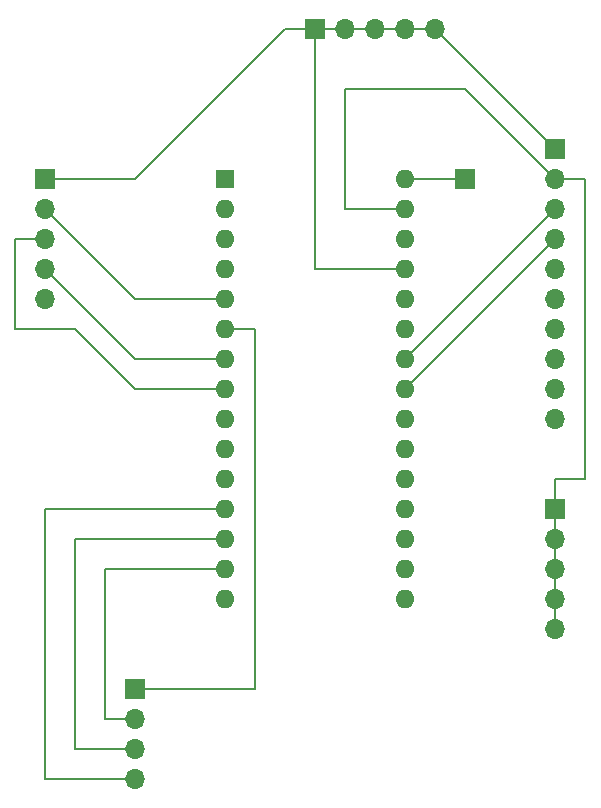
<source format=gbr>
%TF.GenerationSoftware,KiCad,Pcbnew,8.0.6*%
%TF.CreationDate,2024-10-26T13:12:16+05:00*%
%TF.ProjectId,drone_pcb,64726f6e-655f-4706-9362-2e6b69636164,rev?*%
%TF.SameCoordinates,Original*%
%TF.FileFunction,Copper,L1,Top*%
%TF.FilePolarity,Positive*%
%FSLAX46Y46*%
G04 Gerber Fmt 4.6, Leading zero omitted, Abs format (unit mm)*
G04 Created by KiCad (PCBNEW 8.0.6) date 2024-10-26 13:12:16*
%MOMM*%
%LPD*%
G01*
G04 APERTURE LIST*
%TA.AperFunction,ComponentPad*%
%ADD10R,1.700000X1.700000*%
%TD*%
%TA.AperFunction,ComponentPad*%
%ADD11O,1.700000X1.700000*%
%TD*%
%TA.AperFunction,ComponentPad*%
%ADD12R,1.600000X1.600000*%
%TD*%
%TA.AperFunction,ComponentPad*%
%ADD13O,1.600000X1.600000*%
%TD*%
%TA.AperFunction,Conductor*%
%ADD14C,0.200000*%
%TD*%
G04 APERTURE END LIST*
D10*
%TO.P,REF\u002A\u002A,1*%
%TO.N,N/C*%
X162560000Y-73660000D03*
%TD*%
%TO.P,REF\u002A\u002A,1*%
%TO.N,N/C*%
X170180000Y-101600000D03*
D11*
%TO.P,REF\u002A\u002A,2*%
X170180000Y-104140000D03*
%TO.P,REF\u002A\u002A,3*%
X170180000Y-106680000D03*
%TO.P,REF\u002A\u002A,4*%
X170180000Y-109220000D03*
%TO.P,REF\u002A\u002A,5*%
X170180000Y-111760000D03*
%TD*%
D10*
%TO.P,REF\u002A\u002A,1*%
%TO.N,N/C*%
X134620000Y-116840000D03*
D11*
%TO.P,REF\u002A\u002A,2*%
X134620000Y-119380000D03*
%TO.P,REF\u002A\u002A,3*%
X134620000Y-121920000D03*
%TO.P,REF\u002A\u002A,4*%
X134620000Y-124460000D03*
%TD*%
D10*
%TO.P,REF\u002A\u002A,1*%
%TO.N,N/C*%
X149860000Y-60960000D03*
D11*
%TO.P,REF\u002A\u002A,2*%
X152400000Y-60960000D03*
%TO.P,REF\u002A\u002A,3*%
X154940000Y-60960000D03*
%TO.P,REF\u002A\u002A,4*%
X157480000Y-60960000D03*
%TO.P,REF\u002A\u002A,5*%
X160020000Y-60960000D03*
%TD*%
D10*
%TO.P,REF\u002A\u002A,1*%
%TO.N,N/C*%
X127000000Y-73660000D03*
D11*
%TO.P,REF\u002A\u002A,2*%
X127000000Y-76200000D03*
%TO.P,REF\u002A\u002A,3*%
X127000000Y-78740000D03*
%TO.P,REF\u002A\u002A,4*%
X127000000Y-81280000D03*
%TO.P,REF\u002A\u002A,5*%
X127000000Y-83820000D03*
%TD*%
D12*
%TO.P,REF\u002A\u002A,1*%
%TO.N,N/C*%
X142240000Y-73660000D03*
D13*
%TO.P,REF\u002A\u002A,2*%
X142240000Y-76200000D03*
%TO.P,REF\u002A\u002A,3*%
X142240000Y-78740000D03*
%TO.P,REF\u002A\u002A,4*%
X142240000Y-81280000D03*
%TO.P,REF\u002A\u002A,5*%
X142240000Y-83820000D03*
%TO.P,REF\u002A\u002A,6*%
X142240000Y-86360000D03*
%TO.P,REF\u002A\u002A,7*%
X142240000Y-88900000D03*
%TO.P,REF\u002A\u002A,8*%
X142240000Y-91440000D03*
%TO.P,REF\u002A\u002A,9*%
X142240000Y-93980000D03*
%TO.P,REF\u002A\u002A,10*%
X142240000Y-96520000D03*
%TO.P,REF\u002A\u002A,11*%
X142240000Y-99060000D03*
%TO.P,REF\u002A\u002A,12*%
X142240000Y-101600000D03*
%TO.P,REF\u002A\u002A,13*%
X142240000Y-104140000D03*
%TO.P,REF\u002A\u002A,14*%
X142240000Y-106680000D03*
%TO.P,REF\u002A\u002A,15*%
X142240000Y-109220000D03*
%TO.P,REF\u002A\u002A,16*%
X157480000Y-109220000D03*
%TO.P,REF\u002A\u002A,17*%
X157480000Y-106680000D03*
%TO.P,REF\u002A\u002A,18*%
X157480000Y-104140000D03*
%TO.P,REF\u002A\u002A,19*%
X157480000Y-101600000D03*
%TO.P,REF\u002A\u002A,20*%
X157480000Y-99060000D03*
%TO.P,REF\u002A\u002A,21*%
X157480000Y-96520000D03*
%TO.P,REF\u002A\u002A,22*%
X157480000Y-93980000D03*
%TO.P,REF\u002A\u002A,23*%
X157480000Y-91440000D03*
%TO.P,REF\u002A\u002A,24*%
X157480000Y-88900000D03*
%TO.P,REF\u002A\u002A,25*%
X157480000Y-86360000D03*
%TO.P,REF\u002A\u002A,26*%
X157480000Y-83820000D03*
%TO.P,REF\u002A\u002A,27*%
X157480000Y-81280000D03*
%TO.P,REF\u002A\u002A,28*%
X157480000Y-78740000D03*
%TO.P,REF\u002A\u002A,29*%
X157480000Y-76200000D03*
%TO.P,REF\u002A\u002A,30*%
X157480000Y-73660000D03*
%TD*%
D10*
%TO.P,REF\u002A\u002A,1*%
%TO.N,N/C*%
X170180000Y-71120000D03*
D11*
%TO.P,REF\u002A\u002A,2*%
X170180000Y-73660000D03*
%TO.P,REF\u002A\u002A,3*%
X170180000Y-76200000D03*
%TO.P,REF\u002A\u002A,4*%
X170180000Y-78740000D03*
%TO.P,REF\u002A\u002A,5*%
X170180000Y-81280000D03*
%TO.P,REF\u002A\u002A,6*%
X170180000Y-83820000D03*
%TO.P,REF\u002A\u002A,7*%
X170180000Y-86360000D03*
%TO.P,REF\u002A\u002A,8*%
X170180000Y-88900000D03*
%TO.P,REF\u002A\u002A,9*%
X170180000Y-91440000D03*
%TO.P,REF\u002A\u002A,10*%
X170180000Y-93980000D03*
%TD*%
D14*
%TO.N,*%
X132080000Y-106680000D02*
X142240000Y-106680000D01*
X134620000Y-91440000D02*
X142240000Y-91440000D01*
X170180000Y-73660000D02*
X162560000Y-66040000D01*
X134620000Y-116840000D02*
X144780000Y-116840000D01*
X127000000Y-101600000D02*
X142240000Y-101600000D01*
X134620000Y-88900000D02*
X142240000Y-88900000D01*
X147320000Y-60960000D02*
X160020000Y-60960000D01*
X129540000Y-104140000D02*
X142240000Y-104140000D01*
X162560000Y-73660000D02*
X157480000Y-73660000D01*
X170180000Y-76200000D02*
X157480000Y-88900000D01*
X127000000Y-81280000D02*
X134620000Y-88900000D01*
X127000000Y-78740000D02*
X124460000Y-78740000D01*
X134620000Y-119380000D02*
X132080000Y-119380000D01*
X134620000Y-83820000D02*
X142240000Y-83820000D01*
X124460000Y-78740000D02*
X124460000Y-86360000D01*
X157480000Y-76200000D02*
X152400000Y-76200000D01*
X127000000Y-124460000D02*
X127000000Y-101600000D01*
X127000000Y-76200000D02*
X134620000Y-83820000D01*
X147320000Y-60960000D02*
X134620000Y-73660000D01*
X170180000Y-73660000D02*
X172720000Y-73660000D01*
X170180000Y-78740000D02*
X157480000Y-91440000D01*
X160020000Y-60960000D02*
X170180000Y-71120000D01*
X124460000Y-86360000D02*
X129540000Y-86360000D01*
X129540000Y-121920000D02*
X129540000Y-104140000D01*
X134620000Y-121920000D02*
X129540000Y-121920000D01*
X132080000Y-119380000D02*
X132080000Y-106680000D01*
X134620000Y-124460000D02*
X127000000Y-124460000D01*
X129540000Y-86360000D02*
X134620000Y-91440000D01*
X134620000Y-73660000D02*
X127000000Y-73660000D01*
X144780000Y-86360000D02*
X142240000Y-86360000D01*
X149860000Y-81280000D02*
X149860000Y-60960000D01*
X152400000Y-76200000D02*
X152400000Y-66040000D01*
X172720000Y-99060000D02*
X170180000Y-99060000D01*
X170180000Y-99060000D02*
X170180000Y-111760000D01*
X157480000Y-81280000D02*
X149860000Y-81280000D01*
X172720000Y-73660000D02*
X172720000Y-99060000D01*
X162560000Y-66040000D02*
X152400000Y-66040000D01*
X144780000Y-116840000D02*
X144780000Y-86360000D01*
%TD*%
M02*

</source>
